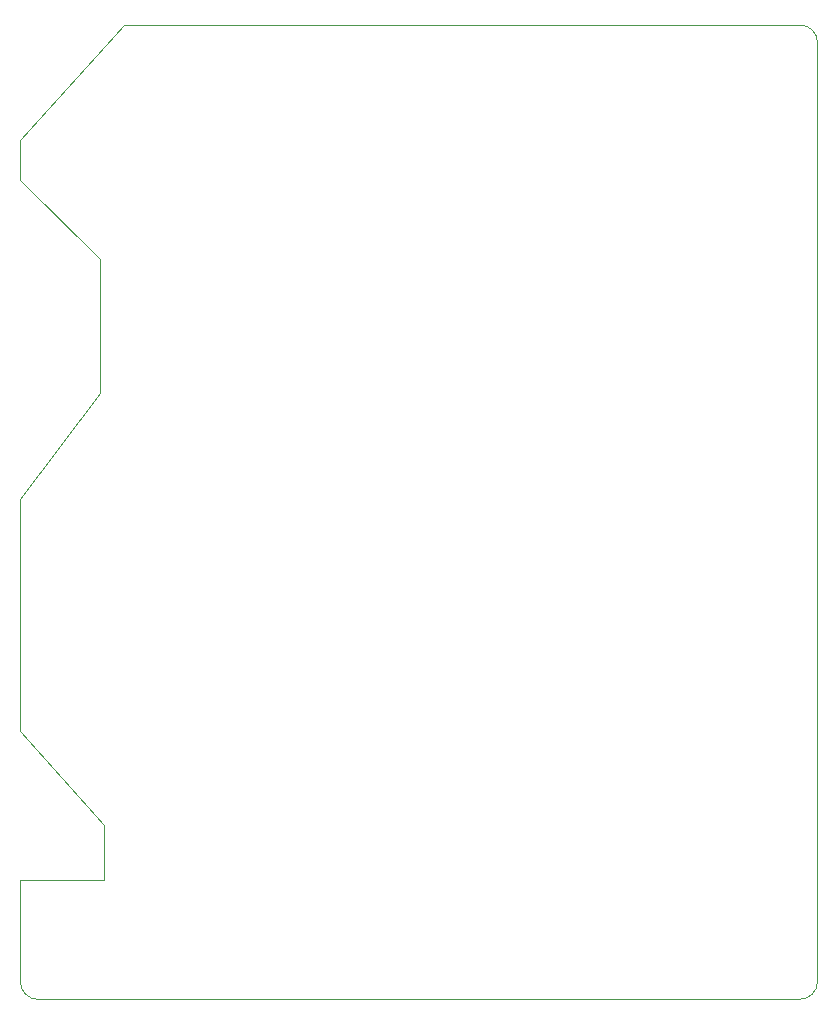
<source format=gbr>
%TF.GenerationSoftware,KiCad,Pcbnew,9.0.2-9.0.2-0~ubuntu22.04.1*%
%TF.CreationDate,2025-06-26T08:40:55+05:30*%
%TF.ProjectId,ARDUNIO_ADV,41524455-4e49-44f5-9f41-44562e6b6963,rev?*%
%TF.SameCoordinates,Original*%
%TF.FileFunction,Profile,NP*%
%FSLAX46Y46*%
G04 Gerber Fmt 4.6, Leading zero omitted, Abs format (unit mm)*
G04 Created by KiCad (PCBNEW 9.0.2-9.0.2-0~ubuntu22.04.1) date 2025-06-26 08:40:55*
%MOMM*%
%LPD*%
G01*
G04 APERTURE LIST*
%TA.AperFunction,Profile*%
%ADD10C,0.050000*%
%TD*%
G04 APERTURE END LIST*
D10*
X114250000Y-82850000D02*
X107500000Y-76100000D01*
X107500000Y-144000000D02*
X107500000Y-135400000D01*
X109000000Y-145500000D02*
X173500000Y-145500000D01*
X114250000Y-94150000D02*
X114250000Y-82850000D01*
X107500000Y-122800000D02*
X107500000Y-103150000D01*
X175000000Y-144000000D02*
X175000000Y-64500000D01*
X107500000Y-72750000D02*
X107500000Y-76100000D01*
X175000000Y-144000000D02*
G75*
G02*
X173500000Y-145500000I-1500000J0D01*
G01*
X107500000Y-72750000D02*
X116250000Y-63000000D01*
X109000000Y-145500000D02*
G75*
G02*
X107500000Y-144000000I0J1500000D01*
G01*
X116250000Y-63000000D02*
X173500000Y-63000000D01*
X110890000Y-135400000D02*
X107500000Y-135400000D01*
X114560000Y-130770000D02*
X114560000Y-135400000D01*
X173500000Y-63000000D02*
G75*
G02*
X175000000Y-64500000I0J-1500000D01*
G01*
X107500000Y-103150000D02*
X114250000Y-94150000D01*
X114560000Y-135400000D02*
X110890000Y-135400000D01*
X114560000Y-130770000D02*
X107500000Y-122800000D01*
M02*

</source>
